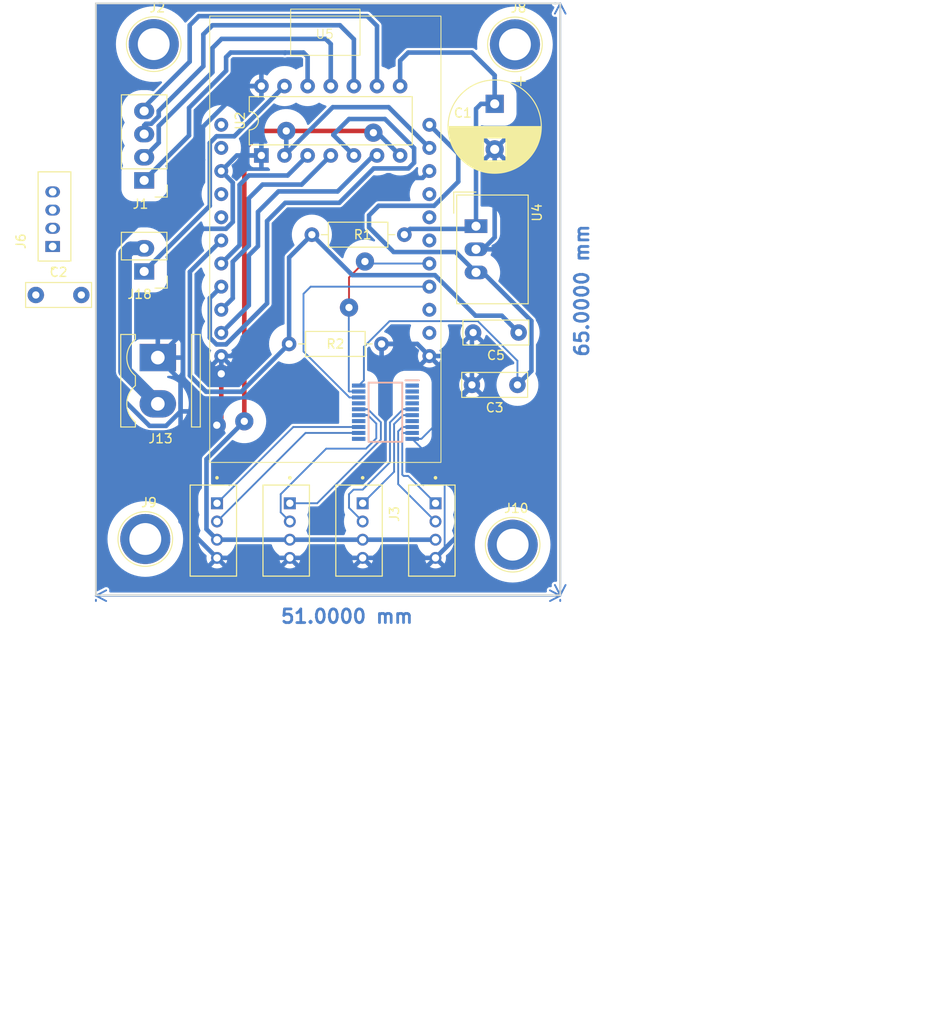
<source format=kicad_pcb>
(kicad_pcb (version 20240108) (generator "pcbnew") (generator_version "8.0")
  (layers (0 "F.Cu" signal) (31 "B.Cu" signal) (34 "B.Paste" user) (35 "F.Paste" user) (36 "B.SilkS" user "B.Silkscreen") (37 "F.SilkS" user "F.Silkscreen") (38 "B.Mask" user) (39 "F.Mask" user) (44 "Edge.Cuts" user))
  (net 0 "")
  (net 1 "5V")
  (net 2 "GND")
  (net 8 "mesureVbat")
  (net 9 "PWMMoteurB")
  (net 10 "sensRotationMoteurB")
  (net 11 "sensRotationMoteurA")
  (net 12 "PWMMoteurA")
  (net 13 "SCL")
  (net 14 "SDA")
  (net 15 "3.3V")
  (net 19 "RX")
  (net 20 "TX")
  (net 22 "Net-(J13-Pin_2)")
  (net 25 "VM")
  (net 26 "VBAT")
  (net 27 "Net-(J1-Pin_1)")
  (net 28 "Net-(J1-Pin_2)")
  (net 29 "Net-(J1-Pin_3)")
  (net 30 "Net-(J1-Pin_4)")
  (net 31 "SC0")
  (net 32 "SD0")
  (net 33 "SC2")
  (net 34 "SD2")
  (net 35 "SC3")
  (net 36 "SD3")
  (net 37 "SC1")
  (net 38 "SD1")
  (footprint "0_FootprintGe2:SEEED_110990030" (layer "F.Cu") (at 135.5 81 -90)
    (property "Reference" "J3" (at -1.825 -3.485 90) (layer "F.SilkS"))
    (property "Value" "GROVE_I2C")
    (pad "1" thru_hole rect (at -3 0 270) (size 1.308 1.308) (drill 0.8) (layers "*.Cu" "*.Mask") (net 31 "SC0"))
    (pad "2" thru_hole circle (at -1 0 270) (size 1.308 1.308) (drill 0.8) (layers "*.Cu" "*.Mask") (net 32 "SD0"))
    (pad "3" thru_hole circle (at 1 0 270) (size 1.308 1.308) (drill 0.8) (layers "*.Cu" "*.Mask") (net 15 "3.3V"))
    (pad "4" thru_hole circle (at 3 0 270) (size 1.308 1.308) (drill 0.8) (layers "*.Cu" "*.Mask") (net 2 "GND"))
  )
  (footprint "bw16:BW16" (layer "F.Cu") (at 144.1 77.07 180)
    (property "Reference" "U5" (at 12.77 50.6 0) (layer "F.SilkS") (effects (font (thickness 0.1))))
    (property "Value" "~")
    (pad "1" thru_hole circle (at 1.27 15.24 180) (size 1.524 1.524) (drill 0.762) (layers "*.Cu" "*.Mask") (net 2 "GND"))
    (pad "2" thru_hole circle (at 1.27 17.78 180) (size 1.524 1.524) (drill 0.762) (layers "*.Cu" "*.Mask"))
    (pad "3" thru_hole circle (at 1.27 20.32 180) (size 1.524 1.524) (drill 0.762) (layers "*.Cu" "*.Mask"))
    (pad "4" thru_hole circle (at 1.27 22.86 180) (size 1.524 1.524) (drill 0.762) (layers "*.Cu" "*.Mask") (net 13 "SCL"))
    (pad "5" thru_hole circle (at 1.27 25.4 180) (size 1.524 1.524) (drill 0.762) (layers "*.Cu" "*.Mask") (net 14 "SDA"))
    (pad "6" thru_hole circle (at 1.27 27.94 180) (size 1.524 1.524) (drill 0.762) (layers "*.Cu" "*.Mask"))
    (pad "7" thru_hole circle (at 1.27 30.48 180) (size 1.524 1.524) (drill 0.762) (layers "*.Cu" "*.Mask"))
    (pad "8" thru_hole circle (at 1.27 33.02 180) (size 1.524 1.524) (drill 0.762) (layers "*.Cu" "*.Mask"))
    (pad "9" thru_hole circle (at 1.27 35.56 180) (size 1.524 1.524) (drill 0.762) (layers "*.Cu" "*.Mask") (net 2 "GND"))
    (pad "10" thru_hole circle (at 1.27 38.1 180) (size 1.524 1.524) (drill 0.762) (layers "*.Cu" "*.Mask") (net 15 "3.3V"))
    (pad "11" thru_hole circle (at 1.27 40.64 180) (size 1.524 1.524) (drill 0.762) (layers "*.Cu" "*.Mask") (net 1 "5V"))
    (pad "12" thru_hole circle (at 24.13 40.64 180) (size 1.524 1.524) (drill 0.762) (layers "*.Cu" "*.Mask"))
    (pad "13" thru_hole circle (at 24.13 38.1 180) (size 1.524 1.524) (drill 0.762) (layers "*.Cu" "*.Mask"))
    (pad "14" thru_hole circle (at 24.13 35.56 180) (size 1.524 1.524) (drill 0.762) (layers "*.Cu" "*.Mask") (net 2 "GND"))
    (pad "15" thru_hole circle (at 24.13 33.02 180) (size 1.524 1.524) (drill 0.762) (layers "*.Cu" "*.Mask") (net 20 "TX"))
    (pad "16" thru_hole circle (at 24.13 30.48 180) (size 1.524 1.524) (drill 0.762) (layers "*.Cu" "*.Mask") (net 19 "RX"))
    (pad "17" thru_hole circle (at 24.13 27.94 180) (size 1.524 1.524) (drill 0.762) (layers "*.Cu" "*.Mask") (net 8 "mesureVbat"))
    (pad "18" thru_hole circle (at 24.13 25.4 180) (size 1.524 1.524) (drill 0.762) (layers "*.Cu" "*.Mask") (net 9 "PWMMoteurB"))
    (pad "19" thru_hole circle (at 24.13 22.86 180) (size 1.524 1.524) (drill 0.762) (layers "*.Cu" "*.Mask") (net 12 "PWMMoteurA"))
    (pad "20" thru_hole circle (at 24.13 20.32 180) (size 1.524 1.524) (drill 0.762) (layers "*.Cu" "*.Mask") (net 10 "sensRotationMoteurB"))
    (pad "21" thru_hole circle (at 24.13 17.78 180) (size 1.524 1.524) (drill 0.762) (layers "*.Cu" "*.Mask") (net 11 "sensRotationMoteurA"))
    (pad "22" thru_hole circle (at 24.13 15.24 180) (size 1.524 1.524) (drill 0.762) (layers "*.Cu" "*.Mask") (net 2 "GND"))
  )
  (footprint "0_FootprintGe2:TE_292161-4" (layer "F.Cu") (at 101.45 49.8 90)
    (property "Reference" "J6" (at 0.575 -3.485 90) (layer "F.SilkS"))
    (property "Value" "Herkulex")
    (pad "1" thru_hole rect (at 0 0 90) (size 1.2 1.6) (drill 0.85) (layers "*.Cu" "*.Mask") (net 2 "GND"))
    (pad "2" thru_hole oval (at 2 0 90) (size 1.2 1.6) (drill 0.85) (layers "*.Cu" "*.Mask") (net 25 "VM"))
    (pad "3" thru_hole oval (at 4 0 90) (size 1.2 1.6) (drill 0.85) (layers "*.Cu" "*.Mask") (net 19 "RX"))
    (pad "4" thru_hole oval (at 6 0 90) (size 1.2 1.6) (drill 0.85) (layers "*.Cu" "*.Mask") (net 20 "TX"))
  )
  (footprint "FootprintGamelGe2_v6:Autocom2" (layer "F.Cu") (at 111.5 52.54 180)
    (property "Reference" "J18" (at 0.5 -2.5 0) (layer "F.SilkS"))
    (property "Value" "ARU")
    (pad "1" thru_hole rect (at 0 0 180) (size 2.2 1.8) (drill 1) (layers "*.Cu" "*.Mask") (net 26 "VBAT"))
    (pad "2" thru_hole oval (at 0 2.54 180) (size 2.2 1.8) (drill 1) (layers "*.Cu" "*.Mask") (net 22 "Net-(J13-Pin_2)"))
  )
  (footprint "FootprintGamelGe2_v6:Mounting_Screw_3mm" (layer "F.Cu") (at 112.55 27.575)
    (property "Reference" "J2" (at 0.4 -4 0) (layer "F.SilkS"))
    (property "Value" "Mounting_Screw_3mm")
    (pad "1" thru_hole circle (at 0 0) (size 5.5 5.5) (drill 3.5) (layers "*.Cu" "*.Mask"))
  )
  (footprint "Package_DIP:DIP-14_W7.62mm" (layer "F.Cu") (at 124.375 39.8 90)
    (property "Reference" "U2" (at 3.81 -2.33 90) (layer "F.SilkS"))
    (property "Value" "DRV8835")
    (pad "1" thru_hole rect (at 0 0 90) (size 1.6 1.6) (drill 0.8) (layers "*.Cu" "*.Mask") (net 2 "GND"))
    (pad "2" thru_hole oval (at 0 2.54 90) (size 1.6 1.6) (drill 0.8) (layers "*.Cu" "*.Mask") (net 15 "3.3V"))
    (pad "3" thru_hole oval (at 0 5.08 90) (size 1.6 1.6) (drill 0.8) (layers "*.Cu" "*.Mask") (net 9 "PWMMoteurB"))
    (pad "4" thru_hole oval (at 0 7.62 90) (size 1.6 1.6) (drill 0.8) (layers "*.Cu" "*.Mask") (net 10 "sensRotationMoteurB"))
    (pad "5" thru_hole oval (at 0 10.16 90) (size 1.6 1.6) (drill 0.8) (layers "*.Cu" "*.Mask") (net 12 "PWMMoteurA"))
    (pad "6" thru_hole oval (at 0 12.7 90) (size 1.6 1.6) (drill 0.8) (layers "*.Cu" "*.Mask") (net 11 "sensRotationMoteurA"))
    (pad "7" thru_hole oval (at 0 15.24 90) (size 1.6 1.6) (drill 0.8) (layers "*.Cu" "*.Mask") (net 15 "3.3V"))
    (pad "8" thru_hole oval (at 7.62 15.24 90) (size 1.6 1.6) (drill 0.8) (layers "*.Cu" "*.Mask") (net 25 "VM"))
    (pad "9" thru_hole oval (at 7.62 12.7 90) (size 1.6 1.6) (drill 0.8) (layers "*.Cu" "*.Mask") (net 30 "Net-(J1-Pin_4)"))
    (pad "10" thru_hole oval (at 7.62 10.16 90) (size 1.6 1.6) (drill 0.8) (layers "*.Cu" "*.Mask") (net 29 "Net-(J1-Pin_3)"))
    (pad "11" thru_hole oval (at 7.62 7.62 90) (size 1.6 1.6) (drill 0.8) (layers "*.Cu" "*.Mask") (net 28 "Net-(J1-Pin_2)"))
    (pad "12" thru_hole oval (at 7.62 5.08 90) (size 1.6 1.6) (drill 0.8) (layers "*.Cu" "*.Mask") (net 27 "Net-(J1-Pin_1)"))
    (pad "13" thru_hole oval (at 7.62 2.54 90) (size 1.6 1.6) (drill 0.8) (layers "*.Cu" "*.Mask") (net 26 "VBAT"))
    (pad "14" thru_hole oval (at 7.62 0 90) (size 1.6 1.6) (drill 0.8) (layers "*.Cu" "*.Mask") (net 2 "GND"))
  )
  (footprint "0_FootprintGe2:SEEED_110990030" (layer "F.Cu") (at 127.5 81 -90)
    (property "Reference" "J5" (hide yes))
    (property "Value" "GROVE_I2C")
    (pad "1" thru_hole rect (at -3 0 270) (size 1.308 1.308) (drill 0.8) (layers "*.Cu" "*.Mask") (net 35 "SC3"))
    (pad "2" thru_hole circle (at -1 0 270) (size 1.308 1.308) (drill 0.8) (layers "*.Cu" "*.Mask") (net 36 "SD3"))
    (pad "3" thru_hole circle (at 1 0 270) (size 1.308 1.308) (drill 0.8) (layers "*.Cu" "*.Mask") (net 15 "3.3V"))
    (pad "4" thru_hole circle (at 3 0 270) (size 1.308 1.308) (drill 0.8) (layers "*.Cu" "*.Mask") (net 2 "GND"))
  )
  (footprint "FootprintGamelGe2_v6:C_Rect_L7.0mm_W2.5mm_P5.00mm" (layer "F.Cu") (at 152.632323 59.25 180)
    (property "Reference" "C5" (at 2.5 -2.5 0) (layer "F.SilkS"))
    (property "Value" "100nF")
    (pad "1" thru_hole circle (at 0 0 180) (size 1.8 1.8) (drill 0.8) (layers "*.Cu" "*.Mask") (net 8 "mesureVbat"))
    (pad "2" thru_hole circle (at 5 0 180) (size 1.8 1.8) (drill 0.8) (layers "*.Cu" "*.Mask") (net 2 "GND"))
  )
  (footprint "Converter_DCDC:Converter_DCDC_TRACO_TSR-1_THT" (layer "F.Cu") (at 147.949823 47.5675 -90)
    (property "Reference" "U4" (at -1.5 -6.71 90) (layer "F.SilkS"))
    (property "Value" "Régulateur de tension")
    (pad "1" thru_hole rect (at 0 0 270) (size 1.5 2.5) (drill 1) (layers "*.Cu" "*.Mask") (net 25 "VM"))
    (pad "2" thru_hole oval (at 2.54 0 270) (size 1.5 2.5) (drill 1) (layers "*.Cu" "*.Mask") (net 2 "GND"))
    (pad "3" thru_hole oval (at 5.08 0 270) (size 1.5 2.5) (drill 1) (layers "*.Cu" "*.Mask") (net 1 "5V"))
  )
  (footprint "FootprintGamelGe2_v6:Mounting_Screw_3mm" (layer "F.Cu") (at 152.225 27.6)
    (property "Reference" "J8" (at 0.4 -4 0) (layer "F.SilkS"))
    (property "Value" "Mounting_Screw_3mm")
    (pad "1" thru_hole circle (at 0 0) (size 5.5 5.5) (drill 3.5) (layers "*.Cu" "*.Mask"))
  )
  (footprint "FootprintGamelGe2_v6:Mounting_Screw_3mm" (layer "F.Cu") (at 151.975 82.55)
    (property "Reference" "J10" (at 0.4 -4 0) (layer "F.SilkS"))
    (property "Value" "Mounting_Screw_3mm")
    (pad "1" thru_hole circle (at 0 0) (size 5.5 5.5) (drill 3.5) (layers "*.Cu" "*.Mask"))
  )
  (footprint "FootprintGamelGe2_v6:C_Rect_L7.0mm_W2.5mm_P5.00mm" (layer "F.Cu") (at 152.5 65 180)
    (property "Reference" "C3" (at 2.5 -2.5 0) (layer "F.SilkS"))
    (property "Value" "100nF")
    (pad "1" thru_hole circle (at 0 0 180) (size 1.8 1.8) (drill 0.8) (layers "*.Cu" "*.Mask") (net 1 "5V"))
    (pad "2" thru_hole circle (at 5 0 180) (size 1.8 1.8) (drill 0.8) (layers "*.Cu" "*.Mask") (net 2 "GND"))
  )
  (footprint "FootprintGamelGe2_v6:Mounting_Screw_3mm" (layer "F.Cu") (at 111.625 81.925)
    (property "Reference" "J9" (at 0.4 -4 0) (layer "F.SilkS"))
    (property "Value" "Mounting_Screw_3mm")
    (pad "1" thru_hole circle (at 0 0) (size 5.5 5.5) (drill 3.5) (layers "*.Cu" "*.Mask"))
  )
  (footprint "FootprintGamelGe2_v6:C_Rect_L7.0mm_W2.5mm_P5.00mm" (layer "F.Cu") (at 99.6 55.125)
    (property "Reference" "C2" (at 2.5 -2.5 0) (layer "F.SilkS"))
    (property "Value" "100nF")
    (pad "1" thru_hole circle (at 0 0) (size 1.8 1.8) (drill 0.8) (layers "*.Cu" "*.Mask") (net 2 "GND"))
    (pad "2" thru_hole circle (at 5 0) (size 1.8 1.8) (drill 0.8) (layers "*.Cu" "*.Mask") (net 25 "VM"))
  )
  (footprint "0_FootprintGe2:SEEED_110990030" (layer "F.Cu") (at 119.5 81 -90)
    (property "Reference" "J4" (hide yes))
    (property "Value" "GROVE_I2C")
    (pad "1" thru_hole rect (at -3 0 270) (size 1.308 1.308) (drill 0.8) (layers "*.Cu" "*.Mask") (net 33 "SC2"))
    (pad "2" thru_hole circle (at -1 0 270) (size 1.308 1.308) (drill 0.8) (layers "*.Cu" "*.Mask") (net 34 "SD2"))
    (pad "3" thru_hole circle (at 1 0 270) (size 1.308 1.308) (drill 0.8) (layers "*.Cu" "*.Mask") (net 15 "3.3V"))
    (pad "4" thru_hole circle (at 3 0 270) (size 1.308 1.308) (drill 0.8) (layers "*.Cu" "*.Mask") (net 2 "GND"))
  )
  (footprint "FootprintGamelGe2_v6:R_Axial_DIN0207_L6.3mm_D2.5mm_P10.16mm_Horizontal" (layer "F.Cu") (at 127.42 60.5)
    (property "Reference" "R2" (at 5.08 0 0) (layer "F.SilkS"))
    (property "Value" "150k")
    (pad "1" thru_hole circle (at 0 0) (size 1.6 1.6) (drill 0.8) (layers "*.Cu" "*.Mask") (net 8 "mesureVbat"))
    (pad "2" thru_hole oval (at 10.16 0) (size 1.6 1.6) (drill 0.8) (layers "*.Cu" "*.Mask") (net 2 "GND"))
  )
  (footprint "FootprintGamelGe2_v6:CP_Radial_D10.0mm_P5.00mm" (layer "F.Cu") (at 150 34.132323 -90)
    (property "Reference" "C1" (at 1 3.5 0) (layer "F.SilkS"))
    (property "Value" "100µF - 25V")
    (pad "1" thru_hole rect (at 0 0 270) (size 2 2) (drill 1) (layers "*.Cu" "*.Mask") (net 25 "VM"))
    (pad "2" thru_hole circle (at 5 0 270) (size 2 2) (drill 1) (layers "*.Cu" "*.Mask") (net 2 "GND"))
  )
  (footprint "FootprintGamelGe2_v6:R_Axial_DIN0207_L6.3mm_D2.5mm_P10.16mm_Horizontal" (layer "F.Cu") (at 140.08 48.5 180)
    (property "Reference" "R1" (at 4.58 0 0) (layer "F.SilkS"))
    (property "Value" "220k")
    (pad "1" thru_hole circle (at 0 0 180) (size 1.6 1.6) (drill 0.8) (layers "*.Cu" "*.Mask") (net 25 "VM"))
    (pad "2" thru_hole oval (at 10.16 0 180) (size 1.6 1.6) (drill 0.8) (layers "*.Cu" "*.Mask") (net 8 "mesureVbat"))
  )
  (footprint "0_FootprintGe2:SEEED_110990030" (layer "F.Cu") (at 143.5 81 -90)
    (property "Reference" "J7" (hide yes))
    (property "Value" "GROVE_I2C")
    (pad "1" thru_hole rect (at -3 0 270) (size 1.308 1.308) (drill 0.8) (layers "*.Cu" "*.Mask") (net 37 "SC1"))
    (pad "2" thru_hole circle (at -1 0 270) (size 1.308 1.308) (drill 0.8) (layers "*.Cu" "*.Mask") (net 38 "SD1"))
    (pad "3" thru_hole circle (at 1 0 270) (size 1.308 1.308) (drill 0.8) (layers "*.Cu" "*.Mask") (net 15 "3.3V"))
    (pad "4" thru_hole circle (at 3 0 270) (size 1.308 1.308) (drill 0.8) (layers "*.Cu" "*.Mask") (net 2 "GND"))
  )
  (footprint "FootprintGamelGe2_v6:Autocom4" (layer "F.Cu") (at 111.5 42.54 180)
    (property "Reference" "J1" (at 0.4 -2.6 0) (layer "F.SilkS"))
    (property "Value" "Autocom4")
    (pad "1" thru_hole rect (at 0 0 180) (size 2.2 1.8) (drill 1) (layers "*.Cu" "*.Mask") (net 27 "Net-(J1-Pin_1)"))
    (pad "2" thru_hole oval (at 0 2.54 180) (size 2.2 1.8) (drill 1) (layers "*.Cu" "*.Mask") (net 28 "Net-(J1-Pin_2)"))
    (pad "3" thru_hole oval (at 0 5.08 180) (size 2.2 1.8) (drill 1) (layers "*.Cu" "*.Mask") (net 29 "Net-(J1-Pin_3)"))
    (pad "4" thru_hole oval (at 0 7.62 180) (size 2.2 1.8) (drill 1) (layers "*.Cu" "*.Mask") (net 30 "Net-(J1-Pin_4)"))
  )
  (footprint "FootprintGamelGe2_v6:OmnimateSL-5,08_1x02_P5.08mm_Vertical" (layer "F.Cu") (at 113 62 -90)
    (property "Reference" "J13" (at 8.9 -0.3 0) (layer "F.SilkS"))
    (property "Value" "Batterie")
    (pad "1" thru_hole rect (at 0 0 270) (size 3 4) (drill 1.5) (layers "*.Cu" "*.Mask") (net 2 "GND"))
    (pad "2" thru_hole oval (at 5.08 0 270) (size 3 4) (drill 1.5) (layers "*.Cu" "*.Mask") (net 22 "Net-(J13-Pin_2)"))
  )
  (footprint "TCA9545APWR:SOP65P640X120-20N" (layer "B.Cu") (at 138 68 180)
    (property "Reference" "IC1" (hide yes))
    (property "Value" "TCA9545APWR" (hide yes))
    (pad "1" smd rect (at -2.938 2.925 90) (size 0.45 1.475) (layers "B.Cu" "B.Paste" "B.Mask"))
    (pad "2" smd rect (at -2.938 2.275 90) (size 0.45 1.475) (layers "B.Cu" "B.Paste" "B.Mask"))
    (pad "3" smd rect (at -2.938 1.625 90) (size 0.45 1.475) (layers "B.Cu" "B.Paste" "B.Mask"))
    (pad "4" smd rect (at -2.938 0.975 90) (size 0.45 1.475) (layers "B.Cu" "B.Paste" "B.Mask"))
    (pad "5" smd rect (at -2.938 0.325 90) (size 0.45 1.475) (layers "B.Cu" "B.Paste" "B.Mask") (net 32 "SD0"))
    (pad "6" smd rect (at -2.938 -0.325 90) (size 0.45 1.475) (layers "B.Cu" "B.Paste" "B.Mask") (net 31 "SC0"))
    (pad "7" smd rect (at -2.938 -0.975 90) (size 0.45 1.475) (layers "B.Cu" "B.Paste" "B.Mask"))
    (pad "8" smd rect (at -2.938 -1.625 90) (size 0.45 1.475) (layers "B.Cu" "B.Paste" "B.Mask") (net 38 "SD1"))
    (pad "9" smd rect (at -2.938 -2.275 90) (size 0.45 1.475) (layers "B.Cu" "B.Paste" "B.Mask") (net 37 "SC1"))
    (pad "10" smd rect (at -2.938 -2.925 90) (size 0.45 1.475) (layers "B.Cu" "B.Paste" "B.Mask") (net 2 "GND"))
    (pad "11" smd rect (at 2.938 -2.925 90) (size 0.45 1.475) (layers "B.Cu" "B.Paste" "B.Mask"))
    (pad "12" smd rect (at 2.938 -2.275 90) (size 0.45 1.475) (layers "B.Cu" "B.Paste" "B.Mask") (net 34 "SD2"))
    (pad "13" smd rect (at 2.938 -1.625 90) (size 0.45 1.475) (layers "B.Cu" "B.Paste" "B.Mask") (net 33 "SC2"))
    (pad "14" smd rect (at 2.938 -0.975 90) (size 0.45 1.475) (layers "B.Cu" "B.Paste" "B.Mask"))
    (pad "15" smd rect (at 2.938 -0.325 90) (size 0.45 1.475) (layers "B.Cu" "B.Paste" "B.Mask") (net 36 "SD3"))
    (pad "16" smd rect (at 2.938 0.325 90) (size 0.45 1.475) (layers "B.Cu" "B.Paste" "B.Mask") (net 35 "SC3"))
    (pad "17" smd rect (at 2.938 0.975 90) (size 0.45 1.475) (layers "B.Cu" "B.Paste" "B.Mask"))
    (pad "18" smd rect (at 2.938 1.625 90) (size 0.45 1.475) (layers "B.Cu" "B.Paste" "B.Mask") (net 13 "SCL"))
    (pad "19" smd rect (at 2.938 2.275 90) (size 0.45 1.475) (layers "B.Cu" "B.Paste" "B.Mask") (net 14 "SDA"))
    (pad "20" smd rect (at 2.938 2.925 90) (size 0.45 1.475) (layers "B.Cu" "B.Paste" "B.Mask") (net 1 "5V"))
  )
  (gr_rect (start 106.2 23.1) (end 157.2 88.1) (stroke (width 0.2)) (fill none) (layer "Edge.Cuts"))
  (dimension (type aligned) (layer "B.Cu") (pts (xy 157.2 88.1) (xy 157.2 23.1)) (height 0) (gr_text "65,0000 mm" (at 159.575 54.65 90) (layer "B.Cu") (effects (font (size 1.5 1.5) (thickness 0.3)))) (format (prefix "") (suffix "") (units 3) (units_format 1) (precision 4)) (style (thickness 0.2) (arrow_length 1.27) (text_position_mode 2) (extension_height 0.58642) (extension_offset 0.5) keep_text_aligned))
  (dimension (type aligned) (layer "B.Cu") (pts (xy 106.2 88.1) (xy 157.2 88.1)) (height 0.049999) (gr_text "51,0000 mm" (at 133.775 90.425 0) (layer "B.Cu") (effects (font (size 1.5 1.5) (thickness 0.3)))) (format (prefix "") (suffix "") (units 3) (units_format 1) (precision 4)) (style (thickness 0.2) (arrow_length 1.27) (text_position_mode 2) (extension_height 0.58642) (extension_offset 0.5)))
  (segment (start 146 42.680738) (end 143.352738 45.328) (width 0.5) (layer "B.Cu") (net 1))
  (segment (start 152.5 62.34991) (end 152.5 65) (width 0.2) (layer "B.Cu") (net 1))
  (segment (start 143.352738 45.328) (end 137.253522 45.328) (width 0.5) (layer "B.Cu") (net 1))
  (segment (start 135.637 60.816654) (end 138.453654 58) (width 0.2) (layer "B.Cu") (net 1))
  (segment (start 136.2 47.7) (end 138.908 50.408) (width 0.5) (layer "B.Cu") (net 1))
  (segment (start 152.5 65) (end 154.032323 63.467677) (width 0.5) (layer "B.Cu") (net 1))
  (segment (start 137.253522 45.328) (end 136.2 46.381522) (width 0.5) (layer "B.Cu") (net 1))
  (segment (start 154.032323 63.467677) (end 154.032323 57.98) (width 0.5) (layer "B.Cu") (net 1))
  (segment (start 154.032323 57.98) (end 148.699823 52.6475) (width 0.5) (layer "B.Cu") (net 1))
  (segment (start 148.15009 58) (end 152.5 62.34991) (width 0.2) (layer "B.Cu") (net 1))
  (segment (start 136.2 46.381522) (end 136.2 47.7) (width 0.5) (layer "B.Cu") (net 1))
  (segment (start 138.908 50.408) (end 145.710323 50.408) (width 0.5) (layer "B.Cu") (net 1))
  (segment (start 135.637 64.5) (end 135.637 60.816654) (width 0.2) (layer "B.Cu") (net 1))
  (segment (start 148.699823 52.6475) (end 147.949823 52.6475) (width 0.5) (layer "B.Cu") (net 1))
  (segment (start 146 39.6) (end 146 42.680738) (width 0.5) (layer "B.Cu") (net 1))
  (segment (start 135.062 65.075) (end 135.637 64.5) (width 0.2) (layer "B.Cu") (net 1))
  (segment (start 145.710323 50.408) (end 147.949823 52.6475) (width 0.5) (layer "B.Cu") (net 1))
  (segment (start 138.453654 58) (end 148.15009 58) (width 0.2) (layer "B.Cu") (net 1))
  (segment (start 142.83 36.43) (end 146 39.6) (width 0.5) (layer "B.Cu") (net 1))
  (segment (start 119.97 68.93) (end 119.475 69.425) (width 0.5) (layer "F.Cu") (net 2))
  (segment (start 119.97 63.78) (end 119.97 68.93) (width 0.5) (layer "F.Cu") (net 2))
  (via (at 119.97 63.78) (size 2) (drill 0.8) (layers "F.Cu" "B.Cu") (net 2))
  (via (at 119.475 69.425) (size 2) (drill 0.8) (layers "F.Cu" "B.Cu") (net 2))
  (segment (start 150 39.132323) (end 150 44.5) (width 0.5) (layer "B.Cu") (net 2))
  (segment (start 155.5 50) (end 150 44.5) (width 0.5) (layer "B.Cu") (net 2))
  (segment (start 147.949823 50.1075) (end 147.199823 50.1075) (width 0.5) (layer "B.Cu") (net 2))
  (segment (start 137.58 60.5) (end 141.5 60.5) (width 0.5) (layer "B.Cu") (net 2))
  (segment (start 119.97 63.78) (end 119.95 63.8) (width 0.5) (layer "B.Cu") (net 2))
  (segment (start 113 62) (end 115.5 64.5) (width 0.5) (layer "B.Cu") (net 2))
  (segment (start 119.475 69.425) (end 117.958427 67.908427) (width 0.5) (layer "B.Cu") (net 2))
  (segment (start 142.83 41.51) (end 142.068001 42.271999) (width 0.5) (layer "B.Cu") (net 2))
  (segment (start 117.958 36.657262) (end 117.958 40.274233) (width 0.5) (layer "B.Cu") (net 2))
  (segment (start 124.375 39.8) (end 121.68 39.8) (width 0.5) (layer "B.Cu") (net 2))
  (segment (start 115.5 67) (end 115.5 64.5) (width 0.5) (layer "B.Cu") (net 2))
  (segment (start 133.5 46) (end 128 46) (width 0.5) (layer "B.Cu") (net 2))
  (segment (start 119.5 84) (end 127.5 84) (width 0.5) (layer "B.Cu") (net 2))
  (segment (start 126 57) (end 125.87763 57) (width 0.5) (layer "B.Cu") (net 2))
  (segment (start 148.699823 50.1075) (end 147.949823 50.1075) (width 0.5) (layer "B.Cu") (net 2))
  (segment (start 114.954213 68.454213) (end 115.5 67.908427) (width 0.5) (layer "B.Cu") (net 2))
  (segment (start 124.375 32.18) (end 122.435262 32.18) (width 0.5) (layer "B.Cu") (net 2))
  (segment (start 108.1 65.508427) (end 112.091573 69.5) (width 0.5) (layer "B.Cu") (net 2))
  (segment (start 117.648 47.852) (end 120.492738 47.852) (width 0.5) (layer "B.Cu") (net 2))
  (segment (start 147.632323 59.632323) (end 147.5 59.764646) (width 0.5) (layer "B.Cu") (net 2))
  (segment (start 113.908427 69.5) (end 114.954213 68.454213) (width 0.5) (layer "B.Cu") (net 2))
  (segment (start 117.958 40.274233) (end 108.1 50.132233) (width 0.5) (layer "B.Cu") (net 2))
  (segment (start 121.232 42.772) (end 119.97 41.51) (width 0.5) (layer "B.Cu") (net 2))
  (segment (start 113 62) (end 115.5 59.5) (width 0.5) (layer "B.Cu") (net 2))
  (segment (start 137.228001 42.271999) (end 133.5 46) (width 0.5) (layer "B.Cu") (net 2))
  (segment (start 142.83 61.83) (end 144.33 61.83) (width 0.5) (layer "B.Cu") (net 2))
  (segment (start 120.492738 47.852) (end 121.232 47.112738) (width 0.5) (layer "B.Cu") (net 2))
  (segment (start 140.938 70.925) (end 141.9505 70.925) (width 0.2) (layer "B.Cu") (net 2))
  (segment (start 143.5 84) (end 155.5 72) (width 0.5) (layer "B.Cu") (net 2))
  (segment (start 147.632323 59.25) (end 147.632323 59.632323) (width 0.5) (layer "B.Cu") (net 2))
  (segment (start 147.5 59.764646) (end 147.5 65) (width 0.5) (layer "B.Cu") (net 2))
  (segment (start 141.9505 70.925) (end 147.5 65.3755) (width 0.2) (layer "B.Cu") (net 2))
  (segment (start 155.5 72) (end 155.5 55) (width 0.5) (layer "B.Cu") (net 2))
  (segment (start 121.04763 61.83) (end 119.97 61.83) (width 0.5) (layer "B.Cu") (net 2))
  (segment (start 115.5 67.908427) (end 115.5 67) (width 0.5) (layer "B.Cu") (net 2))
  (segment (start 115.5 59.5) (end 115.5 50) (width 0.5) (layer "B.Cu") (net 2))
  (segment (start 121.68 39.8) (end 119.97 41.51) (width 0.5) (layer "B.Cu") (net 2))
  (segment (start 141.5 60.5) (end 142.83 61.83) (width 0.5) (layer "B.Cu") (net 2))
  (segment (start 144.33 61.83) (end 147.5 65) (width 0.5) (layer "B.Cu") (net 2))
  (segment (start 144.504 74.491) (end 140.938 70.925) (width 0.2) (layer "B.Cu") (net 2))
  (segment (start 127.5 84) (end 135.5 84) (width 0.5) (layer "B.Cu") (net 2))
  (segment (start 135.5 84) (end 143.5 84) (width 0.5) (layer "B.Cu") (net 2))
  (segment (start 125.87763 57) (end 121.04763 61.83) (width 0.5) (layer "B.Cu") (net 2))
  (segment (start 150 48.807323) (end 148.699823 50.1075) (width 0.5) (layer "B.Cu") (net 2))
  (segment (start 142.068001 42.271999) (end 137.228001 42.271999) (width 0.5) (layer "B.Cu") (net 2))
  (segment (start 115.5 50) (end 117.648 47.852) (width 0.5) (layer "B.Cu") (net 2))
  (segment (start 115.5 80) (end 119.5 84) (width 0.5) (layer "B.Cu") (net 2))
  (segment (start 115.5 64.5) (end 115.5 80) (width 0.5) (layer "B.Cu") (net 2))
  (segment (start 128 46) (end 126 48) (width 0.5) (layer "B.Cu") (net 2))
  (segment (start 155.5 55) (end 155.5 50) (width 0.5) (layer "B.Cu") (net 2))
  (segment (start 121.232 47.112738) (end 121.232 42.772) (width 0.5) (layer "B.Cu") (net 2))
  (segment (start 150 44.5) (end 150 48.807323) (width 0.5) (layer "B.Cu") (net 2))
  (segment (start 126 48) (end 126 56.5) (width 0.5) (layer "B.Cu") (net 2))
  (segment (start 143.5 84) (end 144.504 82.996) (width 0.2) (layer "B.Cu") (net 2))
  (segment (start 119.97 61.83) (end 119.97 63.78) (width 0.5) (layer "B.Cu") (net 2))
  (segment (start 147.5 65.3755) (end 147.5 65) (width 0.2) (layer "B.Cu") (net 2))
  (segment (start 126 56.5) (end 126 57) (width 0.5) (layer "B.Cu") (net 2))
  (segment (start 122.435262 32.18) (end 117.958 36.657262) (width 0.5) (layer "B.Cu") (net 2))
  (segment (start 112.091573 69.5) (end 113.908427 69.5) (width 0.5) (layer "B.Cu") (net 2))
  (segment (start 117.958427 67.908427) (end 115.5 67.908427) (width 0.5) (layer "B.Cu") (net 2))
  (segment (start 108.1 50.132233) (end 108.1 65.508427) (width 0.5) (layer "B.Cu") (net 2))
  (segment (start 144.504 82.996) (end 144.504 74.491) (width 0.2) (layer "B.Cu") (net 2))
  (segment (start 122.17 65.75) (end 118.3 65.75) (width 0.5) (layer "B.Cu") (net 8))
  (segment (start 118.3 65.75) (end 116.525 63.975) (width 0.5) (layer "B.Cu") (net 8))
  (segment (start 143.448 52.948) (end 134.368 52.948) (width 0.5) (layer "B.Cu") (net 8))
  (segment (start 127.42 51) (end 129.92 48.5) (width 0.5) (layer "B.Cu") (net 8))
  (segment (start 127.42 60.5) (end 122.17 65.75) (width 0.5) (layer "B.Cu") (net 8))
  (segment (start 150.782323 57.4) (end 147.9 57.4) (width 0.5) (layer "B.Cu") (net 8))
  (segment (start 116.525 52.575) (end 119.97 49.13) (width 0.5) (layer "B.Cu") (net 8))
  (segment (start 116.525 63.975) (end 116.525 52.575) (width 0.5) (layer "B.Cu") (net 8))
  (segment (start 152.632323 59.25) (end 150.782323 57.4) (width 0.5) (layer "B.Cu") (net 8))
  (segment (start 134.368 52.948) (end 129.92 48.5) (width 0.5) (layer "B.Cu") (net 8))
  (segment (start 127.42 60.5) (end 127.42 51) (width 0.5) (layer "B.Cu") (net 8))
  (segment (start 147.9 57.4) (end 143.448 52.948) (width 0.5) (layer "B.Cu") (net 8))
  (segment (start 129.455 39.8) (end 127.255 42) (width 0.5) (layer "B.Cu") (net 9))
  (segment (start 127.255 42) (end 123 42) (width 0.5) (layer "B.Cu") (net 9))
  (segment (start 123 42) (end 121.982 43.018) (width 0.5) (layer "B.Cu") (net 9))
  (segment (start 121.982 49.658) (end 119.97 51.67) (width 0.5) (layer "B.Cu") (net 9))
  (segment (start 121.982 43.018) (end 121.982 49.658) (width 0.5) (layer "B.Cu") (net 9))
  (segment (start 121.232 55.488) (end 119.97 56.75) (width 0.5) (layer "B.Cu") (net 10))
  (segment (start 128.795 43) (end 124.5 43) (width 0.5) (layer "B.Cu") (net 10))
  (segment (start 124.5 43) (end 123 44.5) (width 0.5) (layer "B.Cu") (net 10))
  (segment (start 121.232 51.46866) (end 121.232 55.488) (width 0.5) (layer "B.Cu") (net 10))
  (segment (start 123 44.5) (end 123 49.70066) (width 0.5) (layer "B.Cu") (net 10))
  (segment (start 123 49.70066) (end 121.232 51.46866) (width 0.5) (layer "B.Cu") (net 10))
  (segment (start 131.995 39.8) (end 128.795 43) (width 0.5) (layer "B.Cu") (net 10))
  (segment (start 136.7 39.8) (end 132.75 43.75) (width 0.5) (layer "B.Cu") (net 11))
  (segment (start 132.75 43.75) (end 126.25 43.75) (width 0.5) (layer "B.Cu") (net 11))
  (segment (start 123 56.26) (end 119.97 59.29) (width 0.5) (layer "B.Cu") (net 11))
  (segment (start 124 49.76132) (end 123 50.76132) (width 0.5) (layer "B.Cu") (net 11))
  (segment (start 137.075 39.8) (end 136.7 39.8) (width 0.5) (layer "B.Cu") (net 11))
  (segment (start 123 50.76132) (end 123 56.26) (width 0.5) (layer "B.Cu") (net 11))
  (segment (start 126.25 43.75) (end 124 46) (width 0.5) (layer "B.Cu") (net 11))
  (segment (start 124 46) (end 124 49.76132) (width 0.5) (layer "B.Cu") (net 11))
  (segment (start 127 45) (end 125 47) (width 0.5) (layer "B.Cu") (net 12))
  (segment (start 132.275 37.525) (end 134 35.8) (width 0.5) (layer "B.Cu") (net 12))
  (segment (start 136.71066 41.225) (end 132.93566 45) (width 0.5) (layer "B.Cu") (net 12))
  (segment (start 120.492738 60.552) (end 119.447262 60.552) (width 0.5) (layer "B.Cu") (net 12))
  (segment (start 118.708 59.812738) (end 118.708 55.472) (width 0.5) (layer "B.Cu") (net 12))
  (segment (start 119.447262 60.552) (end 118.708 59.812738) (width 0.5) (layer "B.Cu") (net 12))
  (segment (start 137.95 35.8) (end 141.15 39) (width 0.5) (layer "B.Cu") (net 12))
  (segment (start 134.535 39.8) (end 132.275 37.54) (width 0.5) (layer "B.Cu") (net 12))
  (segment (start 125 47) (end 125 56.044738) (width 0.5) (layer "B.Cu") (net 12))
  (segment (start 132.275 37.54) (end 132.275 37.525) (width 0.5) (layer "B.Cu") (net 12))
  (segment (start 118.708 55.472) (end 119.97 54.21) (width 0.5) (layer "B.Cu") (net 12))
  (segment (start 140.525 41.225) (end 136.71066 41.225) (width 0.5) (layer "B.Cu") (net 12))
  (segment (start 125 56.044738) (end 120.492738 60.552) (width 0.5) (layer "B.Cu") (net 12))
  (segment (start 132.93566 45) (end 127 45) (width 0.5) (layer "B.Cu") (net 12))
  (segment (start 141.15 39) (end 141.15 40.6) (width 0.5) (layer "B.Cu") (net 12))
  (segment (start 141.15 40.6) (end 140.525 41.225) (width 0.5) (layer "B.Cu") (net 12))
  (segment (start 134 35.8) (end 137.95 35.8) (width 0.5) (layer "B.Cu") (net 12))
  (segment (start 129 61.3255) (end 129 55) (width 0.2) (layer "B.Cu") (net 13))
  (segment (start 134.0495 66.375) (end 129 61.3255) (width 0.2) (layer "B.Cu") (net 13))
  (segment (start 129 55) (end 129.79 54.21) (width 0.2) (layer "B.Cu") (net 13))
  (segment (start 129.79 54.21) (end 142.83 54.21) (width 0.2) (layer "B.Cu") (net 13))
  (segment (start 135.062 66.375) (end 134.0495 66.375) (width 0.2) (layer "B.Cu") (net 13))
  (segment (start 135.75 51.448) (end 134 53.198) (width 0.2) (layer "F.Cu") (net 14))
  (segment (start 134 53.198) (end 134 56.5) (width 0.2) (layer "F.Cu") (net 14))
  (via (at 134 56.5) (size 2) (drill 0.8) (layers "F.Cu" "B.Cu") (net 14))
  (via (at 135.75 51.448) (size 2) (drill 0.8) (layers "F.Cu" "B.Cu") (net 14))
  (segment (start 133.9745 56.5255) (end 134 56.5) (width 0.2) (layer "B.Cu") (net 14))
  (segment (start 135.972 51.67) (end 142.83 51.67) (width 0.2) (layer "B.Cu") (net 14))
  (segment (start 135.75 51.448) (end 135.972 51.67) (width 0.2) (layer "B.Cu") (net 14))
  (segment (start 133.9745 65.663604) (end 133.9745 56.5255) (width 0.2) (layer "B.Cu") (net 14))
  (segment (start 135.062 65.725) (end 134.035896 65.725) (width 0.2) (layer "B.Cu") (net 14))
  (segment (start 134.035896 65.725) (end 133.9745 65.663604) (width 0.2) (layer "B.Cu") (net 14))
  (segment (start 142.66 51.5) (end 142.83 51.67) (width 0.2) (layer "B.Cu") (net 14))
  (segment (start 136.675 37.3) (end 136.4825 37.1075) (width 0.5) (layer "F.Cu") (net 15))
  (segment (start 136.4825 37.1075) (end 127.1075 37.1075) (width 0.5) (layer "F.Cu") (net 15))
  (segment (start 122.5 39.125) (end 124.5175 37.1075) (width 0.5) (layer "F.Cu") (net 15))
  (segment (start 122.5 69) (end 122.5 39.125) (width 0.5) (layer "F.Cu") (net 15))
  (segment (start 124.5175 37.1075) (end 127.1075 37.1075) (width 0.5) (layer "F.Cu") (net 15))
  (via (at 136.675 37.3) (size 2) (drill 0.8) (layers "F.Cu" "B.Cu") (net 15))
  (via (at 127.1075 37.1075) (size 2) (drill 0.8) (layers "F.Cu" "B.Cu") (net 15))
  (via (at 122.5 69) (size 2) (drill 0.8) (layers "F.Cu" "B.Cu") (net 15))
  (segment (start 127.5 82) (end 135.5 82) (width 0.5) (layer "B.Cu") (net 15))
  (segment (start 137.115 37.3) (end 139.615 39.8) (width 0.5) (layer "B.Cu") (net 15))
  (segment (start 127.1075 39.6075) (end 127.1075 37.1075) (width 0.5) (layer "B.Cu") (net 15))
  (segment (start 126.915 39.8) (end 127.1075 39.6075) (width 0.5) (layer "B.Cu") (net 15))
  (segment (start 127.1075 37.1075) (end 127 37) (width 0.5) (layer "B.Cu") (net 15))
  (segment (start 118.346 80.846) (end 118.346 73.154) (width 0.5) (layer "B.Cu") (net 15))
  (segment (start 138.36 34.5) (end 142.83 38.97) (width 0.5) (layer "B.Cu") (net 15))
  (segment (start 136.675 37.3) (end 137.115 37.3) (width 0.5) (layer "B.Cu") (net 15))
  (segment (start 135.5 82) (end 143.5 82) (width 0.5) (layer "B.Cu") (net 15))
  (segment (start 132.215 34.5) (end 138.36 34.5) (width 0.5) (layer "B.Cu") (net 15))
  (segment (start 119.5 82) (end 127.5 82) (width 0.5) (layer "B.Cu") (net 15))
  (segment (start 119.5 82) (end 118.346 80.846) (width 0.5) (layer "B.Cu") (net 15))
  (segment (start 118.346 73.154) (end 122.5 69) (width 0.5) (layer "B.Cu") (net 15))
  (segment (start 126.915 39.8) (end 132.215 34.5) (width 0.5) (layer "B.Cu") (net 15))
  (segment (start 109.4 50.6) (end 110 50) (width 1.5) (layer "B.Cu") (net 22))
  (segment (start 109.4 63.48) (end 109.4 50.6) (width 1.5) (layer "B.Cu") (net 22))
  (segment (start 113 67.08) (end 109.4 63.48) (width 1.5) (layer "B.Cu") (net 22))
  (segment (start 110 50) (end 111.5 50) (width 1.5) (layer "B.Cu") (net 22))
  (segment (start 150 31) (end 147.5 28.5) (width 0.5) (layer "B.Cu") (net 25))
  (segment (start 150 34.132323) (end 148.5 34.132323) (width 0.5) (layer "B.Cu") (net 25))
  (segment (start 147.5 28.5) (end 140.5 28.5) (width 0.5) (layer "B.Cu") (net 25))
  (segment (start 140.08 48.5) (end 140.712 47.868) (width 0.5) (layer "B.Cu") (net 25))
  (segment (start 147.649323 47.868) (end 147.949823 47.5675) (width 0.5) (layer "B.Cu") (net 25))
  (segment (start 139.615 29.385) (end 139.615 32.18) (width 0.5) (layer "B.Cu") (net 25))
  (segment (start 148.5 34.132323) (end 147.949823 34.6825) (width 0.5) (layer "B.Cu") (net 25))
  (segment (start 147.949823 34.6825) (end 147.949823 47.5675) (width 0.5) (layer "B.Cu") (net 25))
  (segment (start 150 34.132323) (end 150 31) (width 0.5) (layer "B.Cu") (net 25))
  (segment (start 140.712 47.868) (end 147.649323 47.868) (width 0.5) (layer "B.Cu") (net 25))
  (segment (start 140.5 28.5) (end 139.615 29.385) (width 0.5) (layer "B.Cu") (net 25))
  (segment (start 118.708 38.431262) (end 119.447262 37.692) (width 0.5) (layer "B.Cu") (net 26))
  (segment (start 119.447262 37.692) (end 121.403 37.692) (width 0.5) (layer "B.Cu") (net 26))
  (segment (start 121.403 37.692) (end 126.915 32.18) (width 0.5) (layer "B.Cu") (net 26))
  (segment (start 111.5 52.54) (end 118.708 45.332) (width 0.5) (layer "B.Cu") (net 26))
  (segment (start 118.708 45.332) (end 118.708 38.431262) (width 0.5) (layer "B.Cu") (net 26))
  (segment (start 121 28.5) (end 127 28.5) (width 0.5) (layer "B.Cu") (net 27))
  (segment (start 120.5 29) (end 121 28.5) (width 0.5) (layer "B.Cu") (net 27))
  (segment (start 111.5 42.54) (end 116.428 37.612) (width 0.5) (layer "B.Cu") (net 27))
  (segment (start 120.5 30.5) (end 120.5 29) (width 0.5) (layer "B.Cu") (net 27))
  (segment (start 129 28.5) (end 129.455 28.955) (width 0.5) (layer "B.Cu") (net 27))
  (segment (start 116.428 34.572) (end 120.5 30.5) (width 0.5) (layer "B.Cu") (net 27))
  (segment (start 129.455 28.955) (end 129.455 32.18) (width 0.5) (layer "B.Cu") (net 27))
  (segment (start 127 28.5) (end 129 28.5) (width 0.5) (layer "B.Cu") (net 27))
  (segment (start 116.428 37.612) (end 116.428 34.572) (width 0.5) (layer "B.Cu") (net 27))
  (segment (start 127 28.5) (end 126.955 28.545) (width 0.5) (layer "B.Cu") (net 27))
  (segment (start 131.995 27.55566) (end 131.995 32.18) (width 0.5) (layer "B.Cu") (net 28))
  (segment (start 119 28) (end 120 27) (width 0.5) (layer "B.Cu") (net 28))
  (segment (start 113.1 36.560559) (end 119 30.660559) (width 0.5) (layer "B.Cu") (net 28))
  (segment (start 131.43934 27) (end 131.995 27.55566) (width 0.5) (layer "B.Cu") (net 28))
  (segment (start 120 27) (end 131.43934 27) (width 0.5) (layer "B.Cu") (net 28))
  (segment (start 119 30.660559) (end 119 28) (width 0.5) (layer "B.Cu") (net 28))
  (segment (start 113.1 38.4) (end 113.1 36.560559) (width 0.5) (layer "B.Cu") (net 28))
  (segment (start 111.5 40) (end 113.1 38.4) (width 0.5) (layer "B.Cu") (net 28))
  (segment (start 113.1 35.499899) (end 113.1 34.9) (width 0.5) (layer "B.Cu") (net 29))
  (segment (start 134.535 27.035) (end 134.535 32.18) (width 0.5) (layer "B.Cu") (net 29))
  (segment (start 118 26.5) (end 119 25.5) (width 0.5) (layer "B.Cu") (net 29))
  (segment (start 118 30) (end 118 26.5) (width 0.5) (layer "B.Cu") (net 29))
  (segment (start 119 25.5) (end 133 25.5) (width 0.5) (layer "B.Cu") (net 29))
  (segment (start 111.68 36.32) (end 112.279899 36.32) (width 0.5) (layer "B.Cu") (net 29))
  (segment (start 133 25.5) (end 134.535 27.035) (width 0.5) (layer "B.Cu") (net 29))
  (segment (start 111.5 36.5) (end 111.68 36.32) (width 0.5) (layer "B.Cu") (net 29))
  (segment (start 111.5 37.46) (end 111.5 36.5) (width 0.5) (layer "B.Cu") (net 29))
  (segment (start 113.1 34.9) (end 118 30) (width 0.5) (layer "B.Cu") (net 29))
  (segment (start 112.279899 36.32) (end 113.1 35.499899) (width 0.5) (layer "B.Cu") (net 29))
  (segment (start 111.5 34.5) (end 116.5 29.5) (width 0.5) (layer "B.Cu") (net 30))
  (segment (start 116.5 25.5) (end 117.5 24.5) (width 0.5) (layer "B.Cu") (net 30))
  (segment (start 117.5 24.5) (end 136 24.5) (width 0.5) (layer "B.Cu") (net 30))
  (segment (start 111.5 34.92) (end 111.5 34.5) (width 0.5) (layer "B.Cu") (net 30))
  (segment (start 137.075 25.575) (end 137.075 32.18) (width 0.5) (layer "B.Cu") (net 30))
  (segment (start 116.5 29.5) (end 116.5 25.5) (width 0.5) (layer "B.Cu") (net 30))
  (segment (start 136 24.5) (end 137.075 25.575) (width 0.5) (layer "B.Cu") (net 30))
  (segment (start 135.5 78) (end 138.9505 74.5495) (width 0.2) (layer "B.Cu") (net 31))
  (segment (start 138.9505 69.3) (end 139.9255 68.325) (width 0.2) (layer "B.Cu") (net 31))
  (segment (start 139.9255 68.325) (end 140.938 68.325) (width 0.2) (layer "B.Cu") (net 31))
  (segment (start 138.9505 74.5495) (end 138.9505 69.3) (width 0.2) (layer "B.Cu") (net 31))
  (segment (start 134 78.5) (end 134 77) (width 0.2) (layer "B.Cu") (net 32))
  (segment (start 138.5005 69.113604) (end 139.939104 67.675) (width 0.2) (layer "B.Cu") (net 32))
  (segment (start 135.5 76.5) (end 138.5005 73.4995) (width 0.2) (layer "B.Cu") (net 32))
  (segment (start 134 77) (end 134.5 76.5) (width 0.2) (layer "B.Cu") (net 32))
  (segment (start 139.939104 67.675) (end 140.938 67.675) (width 0.2) (layer "B.Cu") (net 32))
  (segment (start 138.5005 73.4995) (end 138.5005 69.113604) (width 0.2) (layer "B.Cu") (net 32))
  (segment (start 135.5 80) (end 134 78.5) (width 0.2) (layer "B.Cu") (net 32))
  (segment (start 134.5 76.5) (end 135.5 76.5) (width 0.2) (layer "B.Cu") (net 32))
  (segment (start 127.875 69.625) (end 135.062 69.625) (width 0.2) (layer "B.Cu") (net 33))
  (segment (start 119.5 78) (end 127.875 69.625) (width 0.2) (layer "B.Cu") (net 33))
  (segment (start 119.5 80) (end 129.225 70.275) (width 0.2) (layer "B.Cu") (net 34))
  (segment (start 129.225 70.275) (end 135.062 70.275) (width 0.2) (layer "B.Cu") (net 34))
  (segment (start 127.5 78) (end 130.5 78) (width 0.2) (layer "B.Cu") (net 35))
  (segment (start 136.0745 67.675) (end 135.062 67.675) (width 0.2) (layer "B.Cu") (net 35))
  (segment (start 137.5 71) (end 137.5 69.1005) (width 0.2) (layer "B.Cu") (net 35))
  (segment (start 130.5 78) (end 137.5 71) (width 0.2) (layer "B.Cu") (net 35))
  (segment (start 137.5 69.1005) (end 136.0745 67.675) (width 0.2) (layer "B.Cu") (net 35))
  (segment (start 137 70.863604) (end 137 69.2505) (width 0.2) (layer "B.Cu") (net 36))
  (segment (start 126.496 78.996) (end 126.496 77.004) (width 0.2) (layer "B.Cu") (net 36))
  (segment (start 136.0745 68.325) (end 135.062 68.325) (width 0.2) (layer "B.Cu") (net 36))
  (segment (start 137 69.2505) (end 136.0745 68.325) (width 0.2) (layer "B.Cu") (net 36))
  (segment (start 135.863604 72) (end 137 70.863604) (width 0.2) (layer "B.Cu") (net 36))
  (segment (start 131.5 72) (end 135.863604 72) (width 0.2) (layer "B.Cu") (net 36))
  (segment (start 126.496 77.004) (end 131.5 72) (width 0.2) (layer "B.Cu") (net 36))
  (segment (start 127.5 80) (end 126.496 78.996) (width 0.2) (layer "B.Cu") (net 36))
  (segment (start 139.8505 70.35) (end 139.9255 70.275) (width 0.2) (layer "B.Cu") (net 37))
  (segment (start 139.9255 70.275) (end 140.938 70.275) (width 0.2) (layer "B.Cu") (net 37))
  (segment (start 140.5 75) (end 140 75) (width 0.2) (layer "B.Cu") (net 37))
  (segment (start 139.8505 74.8505) (end 139.8505 70.35) (width 0.2) (layer "B.Cu") (net 37))
  (segment (start 140 75) (end 139.8505 74.8505) (width 0.2) (layer "B.Cu") (net 37))
  (segment (start 143.5 78) (end 140.5 75) (width 0.2) (layer "B.Cu") (net 37))
  (segment (start 139.4005 75.9005) (end 139.4005 70.0995) (width 0.2) (layer "B.Cu") (net 38))
  (segment (start 139.875 69.625) (end 140.938 69.625) (width 0.2) (layer "B.Cu") (net 38))
  (segment (start 139.4005 70.0995) (end 139.875 69.625) (width 0.2) (layer "B.Cu") (net 38))
  (segment (start 143.5 80) (end 139.4005 75.9005) (width 0.2) (layer "B.Cu") (net 38))
  (zone (net 2) (net_name "GND") (layer "B.Cu") (connect_pads (clearance 0)) (min_thickness 0.25) (fill yes (thermal_gap 0.5) (thermal_bridge_width 0.5))
    (polygon (pts (xy 106.225 23.1) (xy 157.2 23.1) (xy 157.2 88.149999) (xy 106.2 88.149999)))
  )
)
</source>
